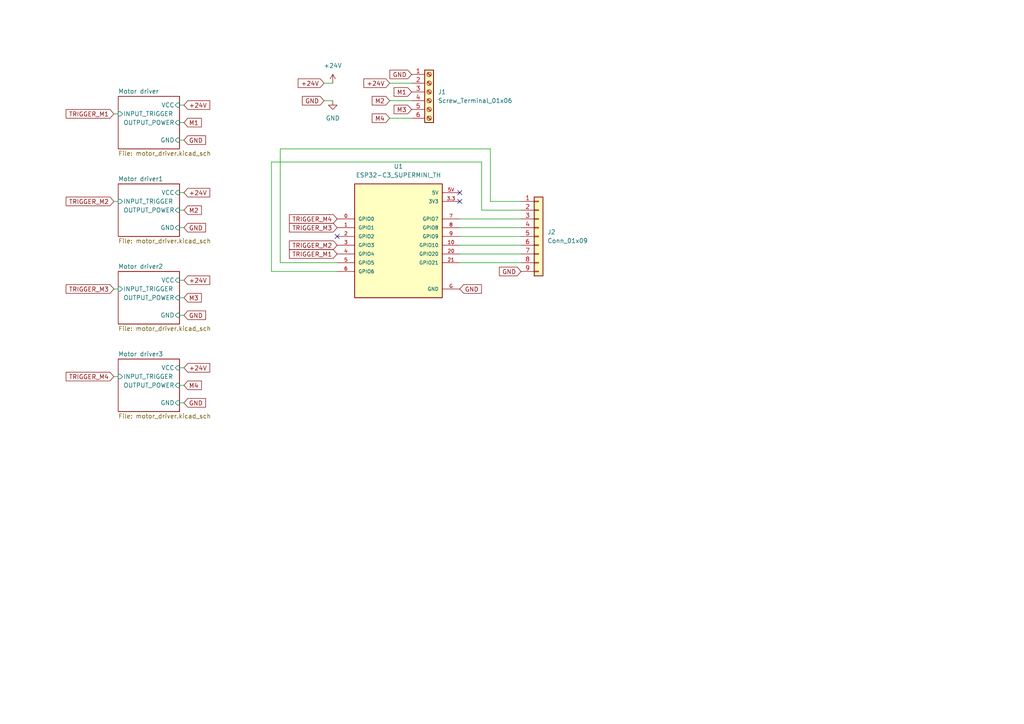
<source format=kicad_sch>
(kicad_sch (version 20211123) (generator eeschema)
  (paper "A4")
  (lib_symbols
    (symbol "Connector:Screw_Terminal_01x06" (pin_names (offset 1.016) hide) (in_bom no) (on_board no)
      (property "Reference" "J1" (at 2.54 0.0001 0))
      (property "Value" "Screw_Terminal_01x06" (at 2.54 -2.5399 0))
      (symbol "Screw_Terminal_01x06_1_1"
        (rectangle (start -1.27 6.35) (end 1.27 -8.89) (stroke (width 0.254)) (fill (type background)))
        (circle (center 0 -7.62) (radius 0.635) (stroke (width 0.1524)))
        (circle (center 0 -5.08) (radius 0.635) (stroke (width 0.1524)))
        (circle (center 0 -2.54) (radius 0.635) (stroke (width 0.1524)))
        (polyline (pts (xy -0.5334 -7.2898) (xy 0.3302 -8.128)) (stroke (width 0.1524)))
        (polyline (pts (xy -0.5334 -4.7498) (xy 0.3302 -5.588)) (stroke (width 0.1524)))
        (polyline (pts (xy -0.5334 -2.2098) (xy 0.3302 -3.048)) (stroke (width 0.1524)))
        (polyline (pts (xy -0.5334 0.3302) (xy 0.3302 -0.508)) (stroke (width 0.1524)))
        (polyline (pts (xy -0.5334 2.8702) (xy 0.3302 2.032)) (stroke (width 0.1524)))
        (polyline (pts (xy -0.5334 5.4102) (xy 0.3302 4.572)) (stroke (width 0.1524)))
        (polyline (pts (xy -0.3556 -7.112) (xy 0.508 -7.9502)) (stroke (width 0.1524)))
        (polyline (pts (xy -0.3556 -4.572) (xy 0.508 -5.4102)) (stroke (width 0.1524)))
        (polyline (pts (xy -0.3556 -2.032) (xy 0.508 -2.8702)) (stroke (width 0.1524)))
        (polyline (pts (xy -0.3556 0.508) (xy 0.508 -0.3302)) (stroke (width 0.1524)))
        (polyline (pts (xy -0.3556 3.048) (xy 0.508 2.2098)) (stroke (width 0.1524)))
        (polyline (pts (xy -0.3556 5.588) (xy 0.508 4.7498)) (stroke (width 0.1524)))
        (circle (center 0 0) (radius 0.635) (stroke (width 0.1524)))
        (circle (center 0 2.54) (radius 0.635) (stroke (width 0.1524)))
        (circle (center 0 5.08) (radius 0.635) (stroke (width 0.1524)))
        (pin power_out line (at -5.08 5.08 0) (length 3.81) (name "Pin_1") (number "1"))
        (pin power_out line (at -5.08 2.54 0) (length 3.81) (name "Pin_2") (number "2"))
        (pin output line (at -5.08 0 0) (length 3.81) (name "Pin_3") (number "3"))
        (pin output line (at -5.08 -2.54 0) (length 3.81) (name "Pin_4") (number "4"))
        (pin output line (at -5.08 -5.08 0) (length 3.81) (name "Pin_5") (number "5"))
        (pin output line (at -5.08 -7.62 0) (length 3.81) (name "Pin_6") (number "6"))
      )
    )
    (symbol "Connector_Generic:Conn_01x09" (pin_names (offset 1.016) hide)
      (property "Reference" "J" (at 0 12.7 0))
      (property "Value" "Conn_01x09" (at 0 -12.7 0))
      (symbol "Conn_01x09_1_1"
        (rectangle (start -1.27 -10.033) (end 0 -10.287) (stroke (width 0.1524)))
        (rectangle (start -1.27 -7.493) (end 0 -7.747) (stroke (width 0.1524)))
        (rectangle (start -1.27 -4.953) (end 0 -5.207) (stroke (width 0.1524)))
        (rectangle (start -1.27 -2.413) (end 0 -2.667) (stroke (width 0.1524)))
        (rectangle (start -1.27 0.127) (end 0 -0.127) (stroke (width 0.1524)))
        (rectangle (start -1.27 2.667) (end 0 2.413) (stroke (width 0.1524)))
        (rectangle (start -1.27 5.207) (end 0 4.953) (stroke (width 0.1524)))
        (rectangle (start -1.27 7.747) (end 0 7.493) (stroke (width 0.1524)))
        (rectangle (start -1.27 10.287) (end 0 10.033) (stroke (width 0.1524)))
        (rectangle (start -1.27 11.43) (end 1.27 -11.43) (stroke (width 0.254)) (fill (type background)))
        (pin passive line (at -5.08 10.16 0) (length 3.81) (name "Pin_1") (number "1"))
        (pin passive line (at -5.08 7.62 0) (length 3.81) (name "Pin_2") (number "2"))
        (pin passive line (at -5.08 5.08 0) (length 3.81) (name "Pin_3") (number "3"))
        (pin passive line (at -5.08 2.54 0) (length 3.81) (name "Pin_4") (number "4"))
        (pin passive line (at -5.08 0 0) (length 3.81) (name "Pin_5") (number "5"))
        (pin passive line (at -5.08 -2.54 0) (length 3.81) (name "Pin_6") (number "6"))
        (pin passive line (at -5.08 -5.08 0) (length 3.81) (name "Pin_7") (number "7"))
        (pin passive line (at -5.08 -7.62 0) (length 3.81) (name "Pin_8") (number "8"))
        (pin passive line (at -5.08 -10.16 0) (length 3.81) (name "Pin_9") (number "9"))
      )
    )
    (symbol "ESP32-C3_SUPERMINI:ESP32-C3_SUPERMINI_TH" (pin_names (offset 1.016))
      (property "Reference" "U" (at -12.7 16.002 0))
      (property "Value" "ESP32-C3_SUPERMINI_TH" (at -12.7 -20.32 0))
      (symbol "ESP32-C3_SUPERMINI_TH_0_0"
        (rectangle (start -12.7 -17.78) (end 12.7 15.24) (stroke (width 0.254)) (fill (type background)))
        (pin bidirectional line (at -17.78 5.08 0) (length 5.08) (name "GPIO0") (number "0"))
        (pin bidirectional line (at -17.78 2.54 0) (length 5.08) (name "GPIO1") (number "1"))
        (pin bidirectional line (at 17.78 -2.54 180) (length 5.08) (name "GPIO10") (number "10"))
        (pin bidirectional line (at -17.78 0 0) (length 5.08) (name "GPIO2") (number "2"))
        (pin bidirectional line (at 17.78 -5.08 180) (length 5.08) (name "GPIO20") (number "20"))
        (pin bidirectional line (at 17.78 -7.62 180) (length 5.08) (name "GPIO21") (number "21"))
        (pin bidirectional line (at -17.78 -2.54 0) (length 5.08) (name "GPIO3") (number "3"))
        (pin power_in line (at 17.78 10.16 180) (length 5.08) (name "3V3") (number "3.3"))
        (pin bidirectional line (at -17.78 -5.08 0) (length 5.08) (name "GPIO4") (number "4"))
        (pin bidirectional line (at -17.78 -7.62 0) (length 5.08) (name "GPIO5") (number "5"))
        (pin power_in line (at 17.78 12.7 180) (length 5.08) (name "5V") (number "5V"))
        (pin bidirectional line (at -17.78 -10.16 0) (length 5.08) (name "GPIO6") (number "6"))
        (pin bidirectional line (at 17.78 5.08 180) (length 5.08) (name "GPIO7") (number "7"))
        (pin bidirectional line (at 17.78 2.54 180) (length 5.08) (name "GPIO8") (number "8"))
        (pin bidirectional line (at 17.78 0 180) (length 5.08) (name "GPIO9") (number "9"))
        (pin power_in line (at 17.78 -15.24 180) (length 5.08) (name "GND") (number "G"))
      )
    )
    (symbol "power:+24V" (power) (pin_names (offset 0))
      (property "Value" "+24V" (at 0 3.556 0))
      (symbol "+24V_0_1"
        (polyline (pts (xy -0.762 1.27) (xy 0 2.54)))
        (polyline (pts (xy 0 0) (xy 0 2.54)))
        (polyline (pts (xy 0 2.54) (xy 0.762 1.27)))
      )
      (symbol "+24V_1_1"
        (pin power_in line (at 0 0 90) (length 0) hide (name "+24V") (number "1"))
      )
    )
    (symbol "power:GND" (power) (pin_names (offset 0))
      (property "Value" "GND" (at 0 -3.81 0))
      (symbol "GND_0_1"
        (polyline (pts (xy 0 0) (xy 0 -1.27) (xy 1.27 -1.27) (xy 0 -2.54) (xy -1.27 -1.27) (xy 0 -1.27)))
      )
      (symbol "GND_1_1"
        (pin power_in line (at 0 0 270) (length 0) hide (name "GND") (number "1"))
      )
    )
  )
  (no_connect (at 133.35 55.88))
  (no_connect (at 97.79 68.58))
  (no_connect (at 133.35 58.42))
  (wire (pts (xy 133.35 76.2) (xy 151.13 76.2)))
  (wire (pts (xy 133.35 71.12) (xy 151.13 71.12)))
  (wire (pts (xy 139.7 46.99) (xy 78.74 46.99)))
  (wire (pts (xy 142.24 43.18) (xy 142.24 58.42)))
  (wire (pts (xy 78.74 78.74) (xy 97.79 78.74)))
  (wire (pts (xy 52.07 66.04) (xy 53.34 66.04)))
  (wire (pts (xy 33.02 109.22) (xy 34.29 109.22)))
  (wire (pts (xy 142.24 58.42) (xy 151.13 58.42)))
  (wire (pts (xy 52.07 81.28) (xy 53.34 81.28)))
  (wire (pts (xy 52.07 106.68) (xy 53.34 106.68)))
  (wire (pts (xy 97.79 76.2) (xy 81.28 76.2)))
  (wire (pts (xy 81.28 76.2) (xy 81.28 43.18)))
  (wire (pts (xy 139.7 60.96) (xy 151.13 60.96)))
  (wire (pts (xy 52.07 60.96) (xy 53.34 60.96)))
  (wire (pts (xy 113.03 29.21) (xy 119.38 29.21)))
  (wire (pts (xy 133.35 73.66) (xy 151.13 73.66)))
  (wire (pts (xy 81.28 43.18) (xy 142.24 43.18)))
  (wire (pts (xy 33.02 33.02) (xy 34.29 33.02)))
  (wire (pts (xy 52.07 35.56) (xy 53.34 35.56)))
  (wire (pts (xy 133.35 68.58) (xy 151.13 68.58)))
  (wire (pts (xy 52.07 91.44) (xy 53.34 91.44)))
  (wire (pts (xy 113.03 34.29) (xy 119.38 34.29)))
  (wire (pts (xy 52.07 40.64) (xy 53.34 40.64)))
  (wire (pts (xy 52.07 111.76) (xy 53.34 111.76)))
  (wire (pts (xy 93.98 29.21) (xy 96.52 29.21)))
  (wire (pts (xy 133.35 66.04) (xy 151.13 66.04)))
  (wire (pts (xy 78.74 46.99) (xy 78.74 78.74)))
  (wire (pts (xy 33.02 58.42) (xy 34.29 58.42)))
  (wire (pts (xy 93.98 24.13) (xy 96.52 24.13)))
  (wire (pts (xy 133.35 63.5) (xy 151.13 63.5)))
  (wire (pts (xy 52.07 30.48) (xy 53.34 30.48)))
  (wire (pts (xy 52.07 55.88) (xy 53.34 55.88)))
  (wire (pts (xy 113.03 24.13) (xy 119.38 24.13)))
  (wire (pts (xy 33.02 83.82) (xy 34.29 83.82)))
  (wire (pts (xy 52.07 116.84) (xy 53.34 116.84)))
  (wire (pts (xy 139.7 60.96) (xy 139.7 46.99)))
  (wire (pts (xy 52.07 86.36) (xy 53.34 86.36)))
  (global_label "M3" (shape input) (at 119.38 31.75 180) (property "Intersheet References" "${INTERSHEET_REFS}" (effects hide)))
  (global_label "GND" (shape input) (at 53.34 66.04 0) (property "Intersheet References" "${INTERSHEET_REFS}" (effects hide)))
  (global_label "+24V" (shape input) (at 53.34 81.28 0) (property "Intersheet References" "${INTERSHEET_REFS}" (effects hide)))
  (global_label "M2" (shape input) (at 113.03 29.21 180) (property "Intersheet References" "${INTERSHEET_REFS}" (effects hide)))
  (global_label "TRIGGER_M3" (shape input) (at 33.02 83.82 180) (property "Intersheet References" "${INTERSHEET_REFS}" (effects hide)))
  (global_label "GND" (shape input) (at 93.98 29.21 180) (property "Intersheet References" "${INTERSHEET_REFS}" (effects hide)))
  (global_label "M4" (shape input) (at 113.03 34.29 180) (property "Intersheet References" "${INTERSHEET_REFS}" (effects hide)))
  (global_label "TRIGGER_M2" (shape input) (at 97.79 71.12 180) (property "Intersheet References" "${INTERSHEET_REFS}" (effects hide)))
  (global_label "+24V" (shape input) (at 113.03 24.13 180) (property "Intersheet References" "${INTERSHEET_REFS}" (effects hide)))
  (global_label "M1" (shape input) (at 119.38 26.67 180) (property "Intersheet References" "${INTERSHEET_REFS}" (effects hide)))
  (global_label "TRIGGER_M1" (shape input) (at 33.02 33.02 180) (property "Intersheet References" "${INTERSHEET_REFS}" (effects hide)))
  (global_label "TRIGGER_M2" (shape input) (at 33.02 58.42 180) (property "Intersheet References" "${INTERSHEET_REFS}" (effects hide)))
  (global_label "M3" (shape input) (at 53.34 86.36 0) (property "Intersheet References" "${INTERSHEET_REFS}" (effects hide)))
  (global_label "GND" (shape input) (at 53.34 40.64 0) (property "Intersheet References" "${INTERSHEET_REFS}" (effects hide)))
  (global_label "+24V" (shape input) (at 93.98 24.13 180) (property "Intersheet References" "${INTERSHEET_REFS}" (effects hide)))
  (global_label "TRIGGER_M4" (shape input) (at 97.79 63.5 180) (property "Intersheet References" "${INTERSHEET_REFS}" (effects hide)))
  (global_label "M1" (shape input) (at 53.34 35.56 0) (property "Intersheet References" "${INTERSHEET_REFS}" (effects hide)))
  (global_label "+24V" (shape input) (at 53.34 30.48 0) (property "Intersheet References" "${INTERSHEET_REFS}" (effects hide)))
  (global_label "+24V" (shape input) (at 53.34 55.88 0) (property "Intersheet References" "${INTERSHEET_REFS}" (effects hide)))
  (global_label "GND" (shape input) (at 53.34 116.84 0) (property "Intersheet References" "${INTERSHEET_REFS}" (effects hide)))
  (global_label "+24V" (shape input) (at 53.34 106.68 0) (property "Intersheet References" "${INTERSHEET_REFS}" (effects hide)))
  (global_label "TRIGGER_M4" (shape input) (at 33.02 109.22 180) (property "Intersheet References" "${INTERSHEET_REFS}" (effects hide)))
  (global_label "GND" (shape input) (at 133.35 83.82 0) (property "Intersheet References" "${INTERSHEET_REFS}" (effects hide)))
  (global_label "GND" (shape input) (at 53.34 91.44 0) (property "Intersheet References" "${INTERSHEET_REFS}" (effects hide)))
  (global_label "GND" (shape input) (at 119.38 21.59 180) (property "Intersheet References" "${INTERSHEET_REFS}" (effects hide)))
  (global_label "TRIGGER_M3" (shape input) (at 97.79 66.04 180) (property "Intersheet References" "${INTERSHEET_REFS}" (effects hide)))
  (global_label "M4" (shape input) (at 53.34 111.76 0) (property "Intersheet References" "${INTERSHEET_REFS}" (effects hide)))
  (global_label "GND" (shape input) (at 151.13 78.74 180) (property "Intersheet References" "${INTERSHEET_REFS}" (effects hide)))
  (global_label "M2" (shape input) (at 53.34 60.96 0) (property "Intersheet References" "${INTERSHEET_REFS}" (effects hide)))
  (global_label "TRIGGER_M1" (shape input) (at 97.79 73.66 180) (property "Intersheet References" "${INTERSHEET_REFS}" (effects hide)))
  (symbol (lib_id "Connector:Screw_Terminal_01x06") (at 124.46 26.67 0) (unit 1)
    (property "Reference" "J1" (at 127 26.6699 0) (effects (justify left)))
    (property "Value" "Screw_Terminal_01x06" (at 127 29.2099 0) (effects (justify left)))
    (property "Footprint" "TerminalBlock:TerminalBlock_bornier-6_P5.08mm" (effects hide))
  )
  (symbol (lib_id "power:GND") (at 96.52 29.21 0) (unit 1)
    (property "Reference" "#PWR02" (effects hide))
    (property "Value" "GND" (at 96.52 34.29 0))
  )
  (symbol (lib_id "ESP32-C3_SUPERMINI:ESP32-C3_SUPERMINI_TH") (at 115.57 68.58 0) (unit 1)
    (property "Reference" "U1" (at 115.57 48.26 0))
    (property "Value" "ESP32-C3_SUPERMINI_TH" (at 115.57 50.8 0))
    (property "Footprint" "ESP32-C3_SUPERMINI_TH:MODULE_ESP32-C3_SUPERMINI_TH" (effects hide))
    (property "MF" "Espressif Systems" (effects hide))
    (property "Description" "\n                        \n                            Super tiny ESP32-C3 board\n                        \n" (effects hide))
    (property "CREATOR" "DIZAR" (effects hide))
    (property "Price" "None" (effects hide))
    (property "Package" "Package" (effects hide))
    (property "Check_prices" "https://www.snapeda.com/parts/ESP32-C3%20SuperMini_TH/Espressif+Systems/view-part/?ref=eda" (effects hide))
    (property "STANDARD" "IPC-7351B" (effects hide))
    (property "SnapEDA_Link" "https://www.snapeda.com/parts/ESP32-C3%20SuperMini_TH/Espressif+Systems/view-part/?ref=snap" (effects hide))
    (property "MP" "ESP32-C3 SuperMini_TH" (effects hide))
    (property "Availability" "Not in stock" (effects hide))
    (property "MANUFACTURER" "Espressif Systems" (effects hide))
  )
  (symbol (lib_id "power:+24V") (at 96.52 24.13 0) (unit 1)
    (property "Reference" "#PWR01" (effects hide))
    (property "Value" "+24V" (at 96.52 19.05 0))
  )
  (symbol (lib_id "Connector_Generic:Conn_01x09") (at 156.21 68.58 0) (unit 1)
    (property "Reference" "J2" (at 158.75 67.3099 0) (effects (justify left)))
    (property "Value" "Conn_01x09" (at 158.75 69.8499 0) (effects (justify left)))
    (property "Footprint" "Connector_PinHeader_2.54mm:PinHeader_1x09_P2.54mm_Vertical" (effects hide))
  )
  (sheet (at 34.29 104.14) (size 17.78 15.24) (stroke (width 0.1524))
    (property "Sheet name" "Motor driver3" (at 34.29 103.4284 0) (effects (justify left bottom)))
    (property "Sheet file" "motor_driver.kicad_sch" (at 34.29 119.9646 0) (effects (justify left top)))
    (pin "OUTPUT_POWER" input (at 52.07 111.76 0))
    (pin "INPUT_TRIGGER" input (at 34.29 109.22 180))
    (pin "VCC" input (at 52.07 106.68 0))
    (pin "GND" input (at 52.07 116.84 0))
  )
  (sheet (at 34.29 78.74) (size 17.78 15.24) (stroke (width 0.1524))
    (property "Sheet name" "Motor driver2" (at 34.29 78.0284 0) (effects (justify left bottom)))
    (property "Sheet file" "motor_driver.kicad_sch" (at 34.29 94.5646 0) (effects (justify left top)))
    (pin "OUTPUT_POWER" input (at 52.07 86.36 0))
    (pin "INPUT_TRIGGER" input (at 34.29 83.82 180))
    (pin "VCC" input (at 52.07 81.28 0))
    (pin "GND" input (at 52.07 91.44 0))
  )
  (sheet (at 34.29 53.34) (size 17.78 15.24) (stroke (width 0.1524))
    (property "Sheet name" "Motor driver1" (at 34.29 52.6284 0) (effects (justify left bottom)))
    (property "Sheet file" "motor_driver.kicad_sch" (at 34.29 69.1646 0) (effects (justify left top)))
    (pin "OUTPUT_POWER" input (at 52.07 60.96 0))
    (pin "INPUT_TRIGGER" input (at 34.29 58.42 180))
    (pin "VCC" input (at 52.07 55.88 0))
    (pin "GND" input (at 52.07 66.04 0))
  )
  (sheet (at 34.29 27.94) (size 17.78 15.24) (stroke (width 0.1524))
    (property "Sheet name" "Motor driver" (at 34.29 27.2284 0) (effects (justify left bottom)))
    (property "Sheet file" "motor_driver.kicad_sch" (at 34.29 43.7646 0) (effects (justify left top)))
    (pin "OUTPUT_POWER" input (at 52.07 35.56 0))
    (pin "INPUT_TRIGGER" input (at 34.29 33.02 180))
    (pin "VCC" input (at 52.07 30.48 0))
    (pin "GND" input (at 52.07 40.64 0))
  )
)
</source>
